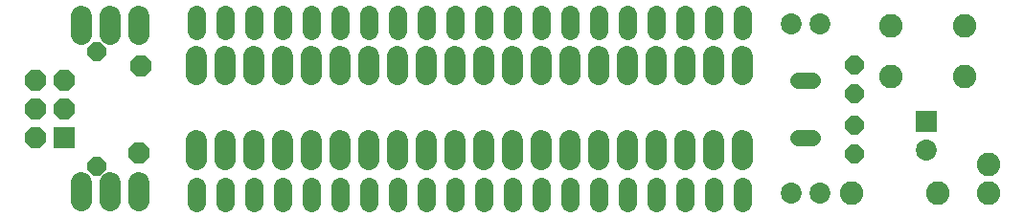
<source format=gts>
G75*
G70*
%OFA0B0*%
%FSLAX24Y24*%
%IPPOS*%
%LPD*%
%AMOC8*
5,1,8,0,0,1.08239X$1,22.5*
%
%ADD10C,0.0640*%
%ADD11OC8,0.0640*%
%ADD12C,0.0820*%
%ADD13C,0.0730*%
%ADD14C,0.0720*%
%ADD15R,0.0720X0.0720*%
%ADD16OC8,0.0720*%
%ADD17R,0.0730X0.0730*%
%ADD18C,0.0560*%
D10*
X006360Y000630D02*
X006360Y001190D01*
X007360Y001190D02*
X007360Y000630D01*
X008360Y000630D02*
X008360Y001190D01*
X009360Y001190D02*
X009360Y000630D01*
X010360Y000630D02*
X010360Y001190D01*
X011360Y001190D02*
X011360Y000630D01*
X012360Y000630D02*
X012360Y001190D01*
X013360Y001190D02*
X013360Y000630D01*
X014360Y000630D02*
X014360Y001190D01*
X015360Y001190D02*
X015360Y000630D01*
X016360Y000630D02*
X016360Y001190D01*
X017360Y001190D02*
X017360Y000630D01*
X018360Y000630D02*
X018360Y001190D01*
X019360Y001190D02*
X019360Y000630D01*
X020360Y000630D02*
X020360Y001190D01*
X021360Y001190D02*
X021360Y000630D01*
X022360Y000630D02*
X022360Y001190D01*
X023360Y001190D02*
X023360Y000630D01*
X024360Y000630D02*
X024360Y001190D01*
X025360Y001190D02*
X025360Y000630D01*
X025360Y006630D02*
X025360Y007190D01*
X024360Y007190D02*
X024360Y006630D01*
X023360Y006630D02*
X023360Y007190D01*
X022360Y007190D02*
X022360Y006630D01*
X021360Y006630D02*
X021360Y007190D01*
X020360Y007190D02*
X020360Y006630D01*
X019360Y006630D02*
X019360Y007190D01*
X018360Y007190D02*
X018360Y006630D01*
X017360Y006630D02*
X017360Y007190D01*
X016360Y007190D02*
X016360Y006630D01*
X015360Y006630D02*
X015360Y007190D01*
X014360Y007190D02*
X014360Y006630D01*
X013360Y006630D02*
X013360Y007190D01*
X012360Y007190D02*
X012360Y006630D01*
X011360Y006630D02*
X011360Y007190D01*
X010360Y007190D02*
X010360Y006630D01*
X009360Y006630D02*
X009360Y007190D01*
X008360Y007190D02*
X008360Y006630D01*
X007360Y006630D02*
X007360Y007190D01*
X006360Y007190D02*
X006360Y006630D01*
D11*
X002885Y005890D03*
X002885Y001890D03*
X029260Y002335D03*
X029260Y003335D03*
X029260Y004435D03*
X029260Y005435D03*
D12*
X030530Y005020D03*
X033090Y005020D03*
X033090Y006800D03*
X030530Y006800D03*
X033910Y001960D03*
X033910Y000960D03*
X032160Y000960D03*
X029160Y000960D03*
D13*
X028060Y000960D03*
X027060Y000960D03*
X031760Y002460D03*
X028060Y006860D03*
X027060Y006860D03*
D14*
X002360Y001330D02*
X002360Y000690D01*
X003360Y000690D02*
X003360Y001330D01*
X004360Y001330D02*
X004360Y000690D01*
X006360Y002140D02*
X006360Y002780D01*
X007360Y002780D02*
X007360Y002140D01*
X008360Y002140D02*
X008360Y002780D01*
X009360Y002780D02*
X009360Y002140D01*
X010360Y002140D02*
X010360Y002780D01*
X011360Y002780D02*
X011360Y002140D01*
X012360Y002140D02*
X012360Y002780D01*
X013360Y002780D02*
X013360Y002140D01*
X014360Y002140D02*
X014360Y002780D01*
X015360Y002780D02*
X015360Y002140D01*
X016360Y002140D02*
X016360Y002780D01*
X017360Y002780D02*
X017360Y002140D01*
X018360Y002140D02*
X018360Y002780D01*
X019360Y002780D02*
X019360Y002140D01*
X020360Y002140D02*
X020360Y002780D01*
X021360Y002780D02*
X021360Y002140D01*
X022360Y002140D02*
X022360Y002780D01*
X023360Y002780D02*
X023360Y002140D01*
X024360Y002140D02*
X024360Y002780D01*
X025360Y002780D02*
X025360Y002140D01*
X025360Y005090D02*
X025360Y005730D01*
X024360Y005730D02*
X024360Y005090D01*
X023360Y005090D02*
X023360Y005730D01*
X022360Y005730D02*
X022360Y005090D01*
X021360Y005090D02*
X021360Y005730D01*
X020360Y005730D02*
X020360Y005090D01*
X019360Y005090D02*
X019360Y005730D01*
X018360Y005730D02*
X018360Y005090D01*
X017360Y005090D02*
X017360Y005730D01*
X016360Y005730D02*
X016360Y005090D01*
X015360Y005090D02*
X015360Y005730D01*
X014360Y005730D02*
X014360Y005090D01*
X013360Y005090D02*
X013360Y005730D01*
X012360Y005730D02*
X012360Y005090D01*
X011360Y005090D02*
X011360Y005730D01*
X010360Y005730D02*
X010360Y005090D01*
X009360Y005090D02*
X009360Y005730D01*
X008360Y005730D02*
X008360Y005090D01*
X007360Y005090D02*
X007360Y005730D01*
X006360Y005730D02*
X006360Y005090D01*
X004360Y006490D02*
X004360Y007130D01*
X003360Y007130D02*
X003360Y006490D01*
X002360Y006490D02*
X002360Y007130D01*
D15*
X001760Y002910D03*
D16*
X000760Y002910D03*
X004360Y002360D03*
X001760Y003910D03*
X000760Y003910D03*
X000760Y004910D03*
X001760Y004910D03*
X004410Y005410D03*
D17*
X031760Y003460D03*
D18*
X027775Y002885D02*
X027295Y002885D01*
X027295Y004885D02*
X027775Y004885D01*
M02*

</source>
